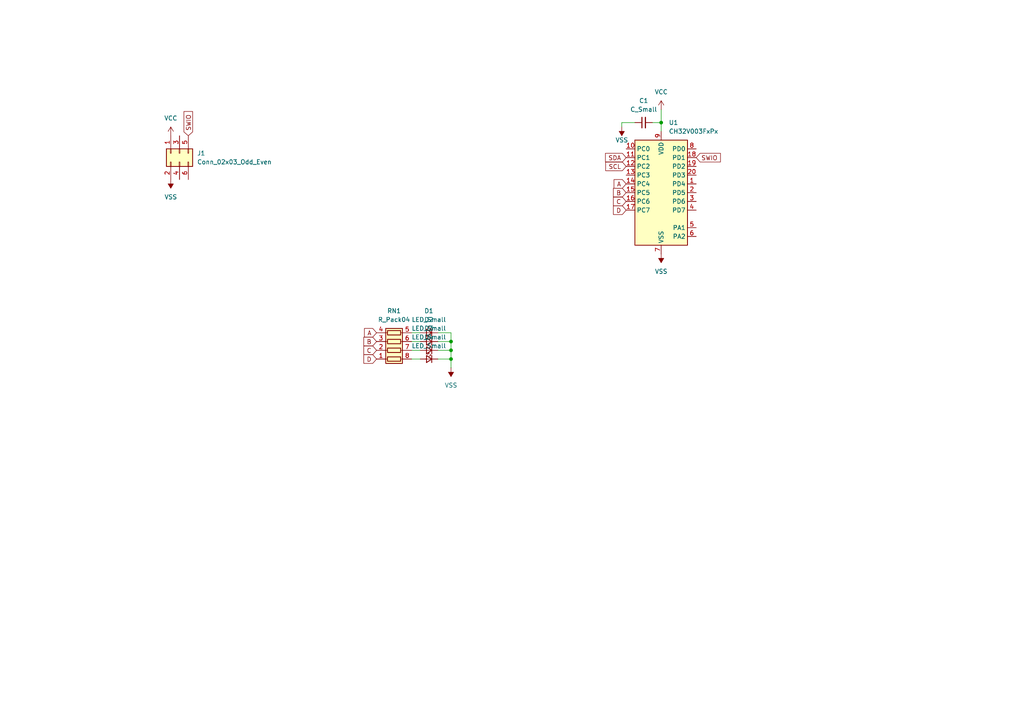
<source format=kicad_sch>
(kicad_sch (version 20231120) (generator "eeschema") (generator_version "8.0")
  (paper "A4")
  (lib_symbols
    (symbol "Connector_Generic:Conn_02x03_Odd_Even" (pin_names (offset 1.016) hide)
      (property "Reference" "J" (at 1.27 5.08 0))
      (property "Value" "Conn_02x03_Odd_Even" (at 1.27 -5.08 0))
      (symbol "Conn_02x03_Odd_Even_1_1"
        (rectangle (start -1.27 -2.413) (end 0 -2.667) (stroke (width 0.1524)))
        (rectangle (start -1.27 0.127) (end 0 -0.127) (stroke (width 0.1524)))
        (rectangle (start -1.27 2.667) (end 0 2.413) (stroke (width 0.1524)))
        (rectangle (start -1.27 3.81) (end 3.81 -3.81) (stroke (width 0.254)) (fill (type background)))
        (rectangle (start 3.81 -2.413) (end 2.54 -2.667) (stroke (width 0.1524)))
        (rectangle (start 3.81 0.127) (end 2.54 -0.127) (stroke (width 0.1524)))
        (rectangle (start 3.81 2.667) (end 2.54 2.413) (stroke (width 0.1524)))
        (pin passive line (at -5.08 2.54 0) (length 3.81) (name "Pin_1") (number "1"))
        (pin passive line (at 7.62 2.54 180) (length 3.81) (name "Pin_2") (number "2"))
        (pin passive line (at -5.08 0 0) (length 3.81) (name "Pin_3") (number "3"))
        (pin passive line (at 7.62 0 180) (length 3.81) (name "Pin_4") (number "4"))
        (pin passive line (at -5.08 -2.54 0) (length 3.81) (name "Pin_5") (number "5"))
        (pin passive line (at 7.62 -2.54 180) (length 3.81) (name "Pin_6") (number "6"))
      )
    )
    (symbol "Device:C_Small" (pin_numbers hide) (pin_names (offset 0.254) hide)
      (property "Reference" "C" (at 0.254 1.778 0))
      (property "Value" "C_Small" (at 0.254 -2.032 0))
      (symbol "C_Small_0_1"
        (polyline (pts (xy -1.524 -0.508) (xy 1.524 -0.508)) (stroke (width 0.3302)))
        (polyline (pts (xy -1.524 0.508) (xy 1.524 0.508)) (stroke (width 0.3048)))
      )
      (symbol "C_Small_1_1"
        (pin passive line (at 0 2.54 270) (length 2.032) (name "~") (number "1"))
        (pin passive line (at 0 -2.54 90) (length 2.032) (name "~") (number "2"))
      )
    )
    (symbol "Device:LED_Small" (pin_numbers hide) (pin_names (offset 0.254) hide)
      (property "Reference" "D" (at -1.27 3.175 0))
      (property "Value" "LED_Small" (at -4.445 -2.54 0))
      (symbol "LED_Small_0_1"
        (polyline (pts (xy -0.762 -1.016) (xy -0.762 1.016)) (stroke (width 0.254)))
        (polyline (pts (xy 1.016 0) (xy -0.762 0)))
        (polyline (pts (xy 0.762 -1.016) (xy -0.762 0) (xy 0.762 1.016) (xy 0.762 -1.016)) (stroke (width 0.254)))
        (polyline (pts (xy 0 0.762) (xy -0.508 1.27) (xy -0.254 1.27) (xy -0.508 1.27) (xy -0.508 1.016)))
        (polyline (pts (xy 0.508 1.27) (xy 0 1.778) (xy 0.254 1.778) (xy 0 1.778) (xy 0 1.524)))
      )
      (symbol "LED_Small_1_1"
        (pin passive line (at -2.54 0 0) (length 1.778) (name "K") (number "1"))
        (pin passive line (at 2.54 0 180) (length 1.778) (name "A") (number "2"))
      )
    )
    (symbol "Device:R_Pack04" (pin_names (offset 0) hide)
      (property "Reference" "RN" (at -7.62 0 90))
      (property "Value" "R_Pack04" (at 5.08 0 90))
      (symbol "R_Pack04_0_1"
        (rectangle (start -6.35 -2.413) (end 3.81 2.413) (stroke (width 0.254)) (fill (type background)))
        (rectangle (start -5.715 1.905) (end -4.445 -1.905) (stroke (width 0.254)))
        (rectangle (start -3.175 1.905) (end -1.905 -1.905) (stroke (width 0.254)))
        (rectangle (start -0.635 1.905) (end 0.635 -1.905) (stroke (width 0.254)))
        (polyline (pts (xy -5.08 -2.54) (xy -5.08 -1.905)))
        (polyline (pts (xy -5.08 1.905) (xy -5.08 2.54)))
        (polyline (pts (xy -2.54 -2.54) (xy -2.54 -1.905)))
        (polyline (pts (xy -2.54 1.905) (xy -2.54 2.54)))
        (polyline (pts (xy 0 -2.54) (xy 0 -1.905)))
        (polyline (pts (xy 0 1.905) (xy 0 2.54)))
        (polyline (pts (xy 2.54 -2.54) (xy 2.54 -1.905)))
        (polyline (pts (xy 2.54 1.905) (xy 2.54 2.54)))
        (rectangle (start 1.905 1.905) (end 3.175 -1.905) (stroke (width 0.254)))
      )
      (symbol "R_Pack04_1_1"
        (pin passive line (at -5.08 -5.08 90) (length 2.54) (name "R1.1") (number "1"))
        (pin passive line (at -2.54 -5.08 90) (length 2.54) (name "R2.1") (number "2"))
        (pin passive line (at 0 -5.08 90) (length 2.54) (name "R3.1") (number "3"))
        (pin passive line (at 2.54 -5.08 90) (length 2.54) (name "R4.1") (number "4"))
        (pin passive line (at 2.54 5.08 270) (length 2.54) (name "R4.2") (number "5"))
        (pin passive line (at 0 5.08 270) (length 2.54) (name "R3.2") (number "6"))
        (pin passive line (at -2.54 5.08 270) (length 2.54) (name "R2.2") (number "7"))
        (pin passive line (at -5.08 5.08 270) (length 2.54) (name "R1.2") (number "8"))
      )
    )
    (symbol "MCU_WCH_CH32V0:CH32V003FxPx"
      (property "Reference" "U" (at -7.62 17.78 0))
      (property "Value" "CH32V003FxPx" (at 7.62 17.78 0))
      (symbol "CH32V003FxPx_1_1"
        (rectangle (start -7.62 15.24) (end 7.62 -15.24) (stroke (width 0.254)) (fill (type background)))
        (pin bidirectional line (at 10.16 2.54 180) (length 2.54) (name "PD4") (number "1"))
        (pin bidirectional line (at -10.16 12.7 0) (length 2.54) (name "PC0") (number "10"))
        (pin bidirectional line (at -10.16 10.16 0) (length 2.54) (name "PC1") (number "11"))
        (pin bidirectional line (at -10.16 7.62 0) (length 2.54) (name "PC2") (number "12"))
        (pin bidirectional line (at -10.16 5.08 0) (length 2.54) (name "PC3") (number "13"))
        (pin bidirectional line (at -10.16 2.54 0) (length 2.54) (name "PC4") (number "14"))
        (pin bidirectional line (at -10.16 0 0) (length 2.54) (name "PC5") (number "15"))
        (pin bidirectional line (at -10.16 -2.54 0) (length 2.54) (name "PC6") (number "16"))
        (pin bidirectional line (at -10.16 -5.08 0) (length 2.54) (name "PC7") (number "17"))
        (pin bidirectional line (at 10.16 10.16 180) (length 2.54) (name "PD1") (number "18"))
        (pin bidirectional line (at 10.16 7.62 180) (length 2.54) (name "PD2") (number "19"))
        (pin bidirectional line (at 10.16 0 180) (length 2.54) (name "PD5") (number "2"))
        (pin bidirectional line (at 10.16 5.08 180) (length 2.54) (name "PD3") (number "20"))
        (pin bidirectional line (at 10.16 -2.54 180) (length 2.54) (name "PD6") (number "3"))
        (pin bidirectional line (at 10.16 -5.08 180) (length 2.54) (name "PD7") (number "4"))
        (pin bidirectional line (at 10.16 -10.16 180) (length 2.54) (name "PA1") (number "5"))
        (pin bidirectional line (at 10.16 -12.7 180) (length 2.54) (name "PA2") (number "6"))
        (pin power_in line (at 0 -17.78 90) (length 2.54) (name "VSS") (number "7"))
        (pin bidirectional line (at 10.16 12.7 180) (length 2.54) (name "PD0") (number "8"))
        (pin power_in line (at 0 17.78 270) (length 2.54) (name "VDD") (number "9"))
      )
    )
    (symbol "power:VCC" (power) (pin_numbers hide) (pin_names (offset 0) hide)
      (property "Value" "VCC" (at 0 3.556 0))
      (symbol "VCC_0_1"
        (polyline (pts (xy -0.762 1.27) (xy 0 2.54)))
        (polyline (pts (xy 0 0) (xy 0 2.54)))
        (polyline (pts (xy 0 2.54) (xy 0.762 1.27)))
      )
      (symbol "VCC_1_1"
        (pin power_in line (at 0 0 90) (length 0) (name "~") (number "1"))
      )
    )
    (symbol "power:VSS" (power) (pin_numbers hide) (pin_names (offset 0) hide)
      (property "Value" "VSS" (at 0 3.556 0))
      (symbol "VSS_0_1"
        (polyline (pts (xy 0 0) (xy 0 2.54)))
        (polyline (pts (xy 0.762 1.27) (xy -0.762 1.27) (xy 0 2.54) (xy 0.762 1.27)) (fill (type outline)))
      )
      (symbol "VSS_1_1"
        (pin power_in line (at 0 0 90) (length 0) (name "~") (number "1"))
      )
    )
  )
  (junction (at 130.81 101.6))
  (junction (at 130.81 104.14))
  (junction (at 130.81 99.06))
  (junction (at 191.77 35.56))
  (wire (pts (xy 119.38 101.6) (xy 121.92 101.6)))
  (wire (pts (xy 189.23 35.56) (xy 191.77 35.56)))
  (wire (pts (xy 130.81 106.68) (xy 130.81 104.14)))
  (wire (pts (xy 191.77 35.56) (xy 191.77 38.1)))
  (wire (pts (xy 191.77 31.75) (xy 191.77 35.56)))
  (wire (pts (xy 130.81 96.52) (xy 127 96.52)))
  (wire (pts (xy 130.81 99.06) (xy 130.81 96.52)))
  (wire (pts (xy 119.38 104.14) (xy 121.92 104.14)))
  (wire (pts (xy 130.81 101.6) (xy 130.81 99.06)))
  (wire (pts (xy 127 101.6) (xy 130.81 101.6)))
  (wire (pts (xy 119.38 99.06) (xy 121.92 99.06)))
  (wire (pts (xy 127 99.06) (xy 130.81 99.06)))
  (wire (pts (xy 180.34 35.56) (xy 184.15 35.56)))
  (wire (pts (xy 119.38 96.52) (xy 121.92 96.52)))
  (wire (pts (xy 180.34 36.83) (xy 180.34 35.56)))
  (wire (pts (xy 130.81 104.14) (xy 130.81 101.6)))
  (wire (pts (xy 127 104.14) (xy 130.81 104.14)))
  (global_label "D" (shape input) (at 181.61 60.96 180) (property "Intersheetrefs" "${INTERSHEET_REFS}" (effects (hide yes))))
  (global_label "A" (shape input) (at 181.61 53.34 180) (property "Intersheetrefs" "${INTERSHEET_REFS}" (effects (hide yes))))
  (global_label "D" (shape input) (at 109.22 104.14 180) (property "Intersheetrefs" "${INTERSHEET_REFS}" (effects (hide yes))))
  (global_label "B" (shape input) (at 109.22 99.06 180) (property "Intersheetrefs" "${INTERSHEET_REFS}" (effects (hide yes))))
  (global_label "SWIO" (shape input) (at 201.93 45.72 0) (property "Intersheetrefs" "${INTERSHEET_REFS}" (effects (hide yes))))
  (global_label "C" (shape input) (at 109.22 101.6 180) (property "Intersheetrefs" "${INTERSHEET_REFS}" (effects (hide yes))))
  (global_label "SWIO" (shape input) (at 54.61 39.37 90) (property "Intersheetrefs" "${INTERSHEET_REFS}" (effects (hide yes))))
  (global_label "SCL" (shape input) (at 181.61 48.26 180) (property "Intersheetrefs" "${INTERSHEET_REFS}" (effects (hide yes))))
  (global_label "A" (shape input) (at 109.22 96.52 180) (property "Intersheetrefs" "${INTERSHEET_REFS}" (effects (hide yes))))
  (global_label "SDA" (shape input) (at 181.61 45.72 180) (property "Intersheetrefs" "${INTERSHEET_REFS}" (effects (hide yes))))
  (global_label "C" (shape input) (at 181.61 58.42 180) (property "Intersheetrefs" "${INTERSHEET_REFS}" (effects (hide yes))))
  (global_label "B" (shape input) (at 181.61 55.88 180) (property "Intersheetrefs" "${INTERSHEET_REFS}" (effects (hide yes))))
  (symbol (lib_id "Device:C_Small") (at 186.69 35.56 90) (unit 1)
    (property "Reference" "C1" (at 186.6963 29.21 90))
    (property "Value" "C_Small" (at 186.6963 31.75 90))
    (property "Footprint" "Capacitor_SMD:C_0805_2012Metric" (effects (hide yes)))
    (property "Description" "Unpolarized capacitor, small symbol" (effects (hide yes)))
  )
  (symbol (lib_id "power:VSS") (at 49.53 52.07 180) (unit 1)
    (property "Reference" "#PWR02" (effects (hide yes)))
    (property "Value" "VSS" (at 49.53 57.15 0))
    (property "Description" "Power symbol creates a global label with name \"VSS\"" (effects (hide yes)))
  )
  (symbol (lib_id "power:VCC") (at 49.53 39.37 0) (unit 1)
    (property "Reference" "#PWR01" (effects (hide yes)))
    (property "Value" "VCC" (at 49.53 34.29 0))
    (property "Description" "Power symbol creates a global label with name \"VCC\"" (effects (hide yes)))
  )
  (symbol (lib_id "power:VSS") (at 130.81 106.68 180) (unit 1)
    (property "Reference" "#PWR04" (effects (hide yes)))
    (property "Value" "VSS" (at 130.81 111.76 0))
    (property "Description" "Power symbol creates a global label with name \"VSS\"" (effects (hide yes)))
  )
  (symbol (lib_id "power:VSS") (at 180.34 36.83 180) (unit 1)
    (property "Reference" "#PWR05" (effects (hide yes)))
    (property "Value" "VSS" (at 180.34 40.64 0))
    (property "Description" "Power symbol creates a global label with name \"VSS\"" (effects (hide yes)))
  )
  (symbol (lib_id "Device:LED_Small") (at 124.46 101.6 0) (mirror y) (unit 1)
    (property "Reference" "D3" (at 124.3965 95.25 0))
    (property "Value" "LED_Small" (at 124.3965 97.79 0))
    (property "Footprint" "UE_LED:T776-ReverseMountLED" (effects (hide yes)))
    (property "Description" "Light emitting diode, small symbol" (effects (hide yes)))
  )
  (symbol (lib_id "Device:R_Pack04") (at 114.3 99.06 270) (mirror x) (unit 1)
    (property "Reference" "RN1" (at 114.3 90.17 90))
    (property "Value" "R_Pack04" (at 114.3 92.71 90))
    (property "Footprint" "Resistor_SMD:R_Array_Convex_4x0603" (effects (hide yes)))
    (property "Description" "4 resistor network, parallel topology" (effects (hide yes)))
  )
  (symbol (lib_id "Device:LED_Small") (at 124.46 99.06 0) (mirror y) (unit 1)
    (property "Reference" "D2" (at 124.3965 92.71 0))
    (property "Value" "LED_Small" (at 124.3965 95.25 0))
    (property "Footprint" "UE_LED:T776-ReverseMountLED" (effects (hide yes)))
    (property "Description" "Light emitting diode, small symbol" (effects (hide yes)))
  )
  (symbol (lib_id "Connector_Generic:Conn_02x03_Odd_Even") (at 52.07 44.45 90) (mirror x) (unit 1)
    (property "Reference" "J1" (at 57.15 44.4499 90) (effects (justify right)))
    (property "Value" "Conn_02x03_Odd_Even" (at 57.15 46.9899 90) (effects (justify right)))
    (property "Footprint" "Connector_PinHeader_2.54mm:PinHeader_2x03_P2.54mm_Vertical_SMD" (effects (hide yes)))
    (property "Description" "Generic connector, double row, 02x03, odd/even pin numbering scheme (row 1 odd numbers, row 2 even numbers), script generated (kicad-library-utils/schlib/autogen/connector/)" (effects (hide yes)))
  )
  (symbol (lib_id "Device:LED_Small") (at 124.46 96.52 0) (mirror y) (unit 1)
    (property "Reference" "D1" (at 124.3965 90.17 0))
    (property "Value" "LED_Small" (at 124.3965 92.71 0))
    (property "Footprint" "UE_LED:T776-ReverseMountLED" (effects (hide yes)))
    (property "Description" "Light emitting diode, small symbol" (effects (hide yes)))
  )
  (symbol (lib_id "power:VCC") (at 191.77 31.75 0) (unit 1)
    (property "Reference" "#PWR06" (effects (hide yes)))
    (property "Value" "VCC" (at 191.77 26.67 0))
    (property "Description" "Power symbol creates a global label with name \"VCC\"" (effects (hide yes)))
  )
  (symbol (lib_id "power:VSS") (at 191.77 73.66 180) (unit 1)
    (property "Reference" "#PWR07" (effects (hide yes)))
    (property "Value" "VSS" (at 191.77 78.74 0))
    (property "Description" "Power symbol creates a global label with name \"VSS\"" (effects (hide yes)))
  )
  (symbol (lib_id "Device:LED_Small") (at 124.46 104.14 0) (mirror y) (unit 1)
    (property "Reference" "D4" (at 124.3965 97.79 0))
    (property "Value" "LED_Small" (at 124.3965 100.33 0))
    (property "Footprint" "UE_LED:T776-ReverseMountLED" (effects (hide yes)))
    (property "Description" "Light emitting diode, small symbol" (effects (hide yes)))
  )
  (symbol (lib_id "MCU_WCH_CH32V0:CH32V003FxPx") (at 191.77 55.88 0) (unit 1)
    (property "Reference" "U1" (at 193.9641 35.56 0) (effects (justify left)))
    (property "Value" "CH32V003FxPx" (at 193.9641 38.1 0) (effects (justify left)))
    (property "Footprint" "Package_SO:TSSOP-20_4.4x6.5mm_P0.65mm" (effects (hide yes)))
    (property "Datasheet" "https://www.wch-ic.com/products/CH32V003.html" (effects (hide yes)))
    (property "Description" "CH32V003 series are industrial-grade general-purpose microcontrollers designed based on 32-bit RISC-V instruction set and architecture. It adopts QingKe V2A core, RV32EC instruction set, and supports 2 levels of interrupt nesting. The series are mounted with rich peripheral interfaces and function modules. Its internal organizational structure meets the low-cost and low-power embedded application scenarios." (effects (hide yes)))
  )
)
</source>
